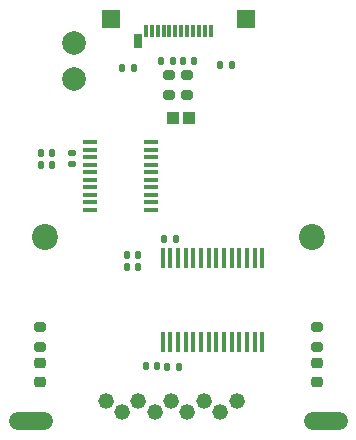
<source format=gbr>
%TF.GenerationSoftware,KiCad,Pcbnew,8.0.1*%
%TF.CreationDate,2024-04-03T17:06:29+11:00*%
%TF.ProjectId,DB9 RS232 Adapter,44423920-5253-4323-9332-204164617074,rev?*%
%TF.SameCoordinates,Original*%
%TF.FileFunction,Soldermask,Top*%
%TF.FilePolarity,Negative*%
%FSLAX46Y46*%
G04 Gerber Fmt 4.6, Leading zero omitted, Abs format (unit mm)*
G04 Created by KiCad (PCBNEW 8.0.1) date 2024-04-03 17:06:29*
%MOMM*%
%LPD*%
G01*
G04 APERTURE LIST*
G04 Aperture macros list*
%AMRoundRect*
0 Rectangle with rounded corners*
0 $1 Rounding radius*
0 $2 $3 $4 $5 $6 $7 $8 $9 X,Y pos of 4 corners*
0 Add a 4 corners polygon primitive as box body*
4,1,4,$2,$3,$4,$5,$6,$7,$8,$9,$2,$3,0*
0 Add four circle primitives for the rounded corners*
1,1,$1+$1,$2,$3*
1,1,$1+$1,$4,$5*
1,1,$1+$1,$6,$7*
1,1,$1+$1,$8,$9*
0 Add four rect primitives between the rounded corners*
20,1,$1+$1,$2,$3,$4,$5,0*
20,1,$1+$1,$4,$5,$6,$7,0*
20,1,$1+$1,$6,$7,$8,$9,0*
20,1,$1+$1,$8,$9,$2,$3,0*%
G04 Aperture macros list end*
%ADD10R,0.450000X1.800000*%
%ADD11R,1.000000X1.000000*%
%ADD12RoundRect,0.218750X0.256250X-0.218750X0.256250X0.218750X-0.256250X0.218750X-0.256250X-0.218750X0*%
%ADD13RoundRect,0.140000X0.170000X-0.140000X0.170000X0.140000X-0.170000X0.140000X-0.170000X-0.140000X0*%
%ADD14RoundRect,0.140000X0.140000X0.170000X-0.140000X0.170000X-0.140000X-0.170000X0.140000X-0.170000X0*%
%ADD15C,2.200000*%
%ADD16RoundRect,0.200000X-0.275000X0.200000X-0.275000X-0.200000X0.275000X-0.200000X0.275000X0.200000X0*%
%ADD17C,2.000000*%
%ADD18RoundRect,0.140000X-0.140000X-0.170000X0.140000X-0.170000X0.140000X0.170000X-0.140000X0.170000X0*%
%ADD19RoundRect,0.200000X0.275000X-0.200000X0.275000X0.200000X-0.275000X0.200000X-0.275000X-0.200000X0*%
%ADD20R,1.500000X1.500000*%
%ADD21RoundRect,0.135000X0.135000X0.185000X-0.135000X0.185000X-0.135000X-0.185000X0.135000X-0.185000X0*%
%ADD22R,0.300000X1.000000*%
%ADD23R,0.700000X1.150000*%
%ADD24C,1.320800*%
%ADD25O,3.750000X1.490600*%
%ADD26R,1.200000X0.400000*%
G04 APERTURE END LIST*
D10*
%TO.C,IC1*%
X239755000Y-93450000D03*
X239105000Y-93450000D03*
X238455000Y-93450000D03*
X237805000Y-93450000D03*
X237155000Y-93450000D03*
X236505000Y-93450000D03*
X235855000Y-93450000D03*
X235205000Y-93450000D03*
X234555000Y-93450000D03*
X233905000Y-93450000D03*
X233255000Y-93450000D03*
X232605000Y-93450000D03*
X231955000Y-93450000D03*
X231305000Y-93450000D03*
X231305000Y-100550000D03*
X231955000Y-100550000D03*
X232605000Y-100550000D03*
X233255000Y-100550000D03*
X233905000Y-100550000D03*
X234555000Y-100550000D03*
X235205000Y-100550000D03*
X235855000Y-100550000D03*
X236505000Y-100550000D03*
X237155000Y-100550000D03*
X237805000Y-100550000D03*
X238455000Y-100550000D03*
X239105000Y-100550000D03*
X239755000Y-100550000D03*
%TD*%
D11*
%TO.C,TP3*%
X232220000Y-81590000D03*
%TD*%
D12*
%TO.C,D2*%
X220907500Y-103937500D03*
X220907500Y-102362500D03*
%TD*%
D11*
%TO.C,TP2*%
X233520000Y-81590000D03*
%TD*%
D13*
%TO.C,C6*%
X223610000Y-85520000D03*
X223610000Y-84560000D03*
%TD*%
D14*
%TO.C,C4*%
X232160000Y-76750000D03*
X231200000Y-76750000D03*
%TD*%
%TO.C,C7*%
X229230000Y-94260000D03*
X228270000Y-94260000D03*
%TD*%
D15*
%TO.C,H2*%
X243940000Y-91710000D03*
%TD*%
D16*
%TO.C,R3*%
X220900000Y-99325000D03*
X220900000Y-100975000D03*
%TD*%
D17*
%TO.C,TP4*%
X223770000Y-78310000D03*
%TD*%
D16*
%TO.C,R4*%
X233340000Y-78005000D03*
X233340000Y-79655000D03*
%TD*%
D18*
%TO.C,C5*%
X233020000Y-76750000D03*
X233980000Y-76750000D03*
%TD*%
D14*
%TO.C,C8*%
X229230000Y-93210000D03*
X228270000Y-93210000D03*
%TD*%
%TO.C,C9*%
X232680000Y-102670000D03*
X231720000Y-102670000D03*
%TD*%
D19*
%TO.C,R5*%
X231860000Y-79655000D03*
X231860000Y-78005000D03*
%TD*%
D14*
%TO.C,C11*%
X230850000Y-102590000D03*
X229890000Y-102590000D03*
%TD*%
D16*
%TO.C,R2*%
X244400000Y-99325000D03*
X244400000Y-100975000D03*
%TD*%
D20*
%TO.C,TP3*%
X238340000Y-73210000D03*
%TD*%
%TO.C,TP1*%
X226940000Y-73210000D03*
%TD*%
D21*
%TO.C,R1*%
X228870000Y-77390000D03*
X227850000Y-77390000D03*
%TD*%
D22*
%TO.C,P1*%
X229890000Y-74250000D03*
X230390000Y-74250000D03*
X230890000Y-74250000D03*
X231390000Y-74250000D03*
X231890000Y-74250000D03*
X232390000Y-74250000D03*
X232890000Y-74250000D03*
X233390000Y-74250000D03*
X233890000Y-74250000D03*
X234390000Y-74250000D03*
X234890000Y-74250000D03*
X235390000Y-74250000D03*
D23*
X229220000Y-75090000D03*
%TD*%
D24*
%TO.C,J1*%
X237569999Y-105542999D03*
X234800000Y-105542999D03*
X232030000Y-105542999D03*
X229260000Y-105542999D03*
X226490001Y-105542999D03*
X236185001Y-106543000D03*
X233415001Y-106543000D03*
X230645001Y-106543000D03*
X227875002Y-106543000D03*
D25*
X245125000Y-107243000D03*
X220135000Y-107243000D03*
%TD*%
D14*
%TO.C,C10*%
X232420000Y-91820000D03*
X231460000Y-91820000D03*
%TD*%
D26*
%TO.C,U1*%
X230332500Y-89377500D03*
X230332500Y-88742500D03*
X230332500Y-88107500D03*
X230332500Y-87472500D03*
X230332500Y-86837500D03*
X230332500Y-86202500D03*
X230332500Y-85567500D03*
X230332500Y-84932500D03*
X230332500Y-84297500D03*
X230332500Y-83662500D03*
X225132500Y-83662500D03*
X225132500Y-84297500D03*
X225132500Y-84932500D03*
X225132500Y-85567500D03*
X225132500Y-86202500D03*
X225132500Y-86837500D03*
X225132500Y-87472500D03*
X225132500Y-88107500D03*
X225132500Y-88742500D03*
X225132500Y-89377500D03*
%TD*%
D18*
%TO.C,C3*%
X236200000Y-77120000D03*
X237160000Y-77120000D03*
%TD*%
D15*
%TO.C,H1*%
X221340000Y-91710000D03*
%TD*%
D14*
%TO.C,C2*%
X221960000Y-84610000D03*
X221000000Y-84610000D03*
%TD*%
%TO.C,C1*%
X221960000Y-85600000D03*
X221000000Y-85600000D03*
%TD*%
D12*
%TO.C,D1*%
X244390000Y-103937500D03*
X244390000Y-102362500D03*
%TD*%
D17*
%TO.C,TP1*%
X223770000Y-75240000D03*
%TD*%
M02*

</source>
